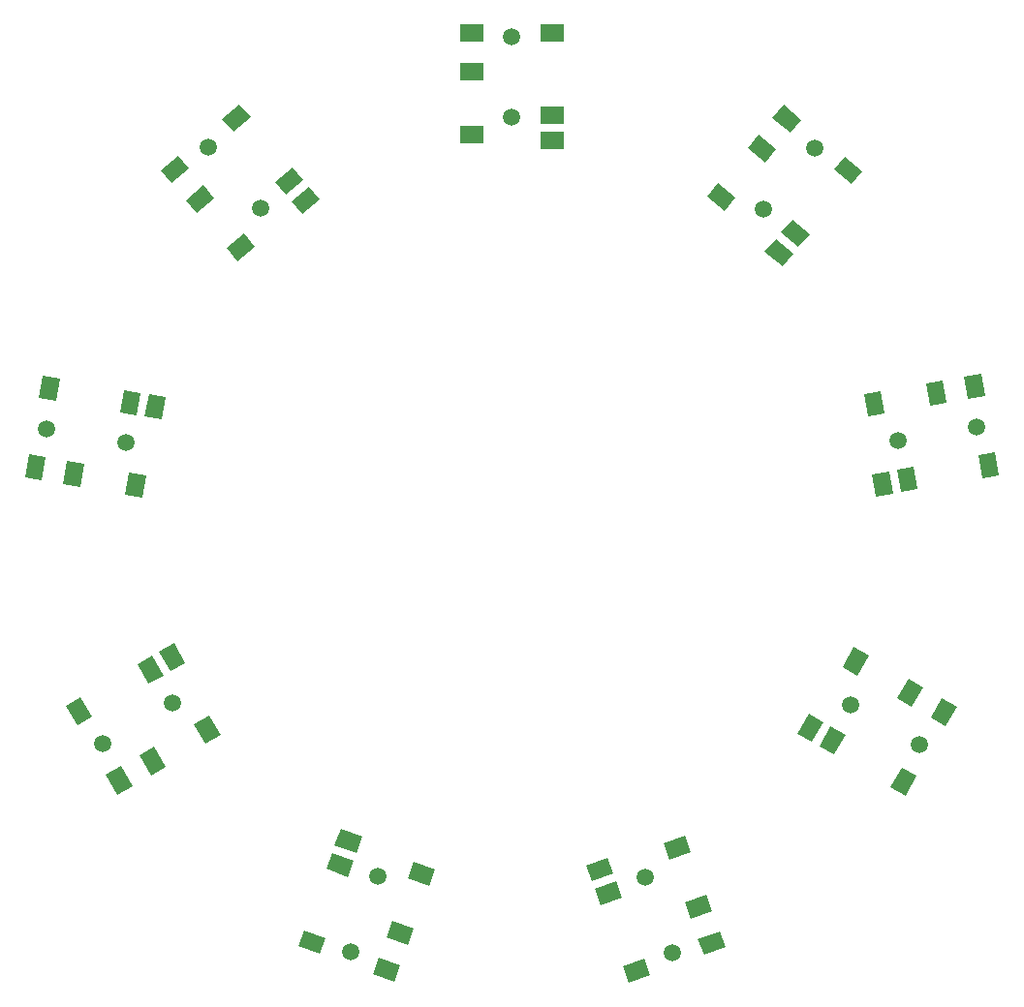
<source format=gbr>
%TF.GenerationSoftware,KiCad,Pcbnew,(5.1.9)-1*%
%TF.CreationDate,2022-02-26T00:47:13+09:00*%
%TF.ProjectId,passivemlt,70617373-6976-4656-9d6c-742e6b696361,rev?*%
%TF.SameCoordinates,Original*%
%TF.FileFunction,Soldermask,Top*%
%TF.FilePolarity,Negative*%
%FSLAX46Y46*%
G04 Gerber Fmt 4.6, Leading zero omitted, Abs format (unit mm)*
G04 Created by KiCad (PCBNEW (5.1.9)-1) date 2022-02-26 00:47:13*
%MOMM*%
%LPD*%
G01*
G04 APERTURE LIST*
%ADD10C,0.100000*%
%ADD11C,1.500000*%
%ADD12R,2.000000X1.500000*%
G04 APERTURE END LIST*
D10*
%TO.C,J9*%
G36*
X119906100Y-62017155D02*
G01*
X118941919Y-60868088D01*
X120474008Y-59582513D01*
X121438189Y-60731580D01*
X119906100Y-62017155D01*
G37*
D11*
X122265527Y-68718320D03*
X117766013Y-63356009D03*
D10*
G36*
X124534171Y-67532675D02*
G01*
X123569990Y-66383608D01*
X125102079Y-65098033D01*
X126066260Y-66247100D01*
X124534171Y-67532675D01*
G37*
G36*
X125948303Y-69217973D02*
G01*
X124984122Y-68068906D01*
X126516211Y-66783331D01*
X127480392Y-67932398D01*
X125948303Y-69217973D01*
G37*
G36*
X114543789Y-66516669D02*
G01*
X113579608Y-65367602D01*
X115111697Y-64082027D01*
X116075878Y-65231094D01*
X114543789Y-66516669D01*
G37*
G36*
X116729267Y-69121220D02*
G01*
X115765086Y-67972153D01*
X117297175Y-66686578D01*
X118261356Y-67835645D01*
X116729267Y-69121220D01*
G37*
G36*
X120264598Y-73334464D02*
G01*
X119300417Y-72185397D01*
X120832506Y-70899822D01*
X121796687Y-72048889D01*
X120264598Y-73334464D01*
G37*
%TD*%
%TO.C,J8*%
G36*
X104404130Y-85542070D02*
G01*
X102926918Y-85281598D01*
X103274214Y-83311982D01*
X104751426Y-83572454D01*
X104404130Y-85542070D01*
G37*
D11*
X110518981Y-89158850D03*
X103625327Y-87943313D03*
D10*
G36*
X111494746Y-86792337D02*
G01*
X110017534Y-86531865D01*
X110364830Y-84562249D01*
X111842042Y-84822721D01*
X111494746Y-86792337D01*
G37*
G36*
X113661323Y-87174363D02*
G01*
X112184111Y-86913891D01*
X112531407Y-84944275D01*
X114008619Y-85204747D01*
X113661323Y-87174363D01*
G37*
G36*
X103188593Y-92435725D02*
G01*
X101711381Y-92175253D01*
X102058677Y-90205637D01*
X103535889Y-90466109D01*
X103188593Y-92435725D01*
G37*
G36*
X106536939Y-93026129D02*
G01*
X105059727Y-92765657D01*
X105407023Y-90796041D01*
X106884235Y-91056513D01*
X106536939Y-93026129D01*
G37*
G36*
X111953382Y-93981193D02*
G01*
X110476170Y-93720721D01*
X110823466Y-91751105D01*
X112300678Y-92011577D01*
X111953382Y-93981193D01*
G37*
%TD*%
%TO.C,J7*%
G36*
X107589200Y-113139936D02*
G01*
X106290162Y-113889936D01*
X105290162Y-112157886D01*
X106589200Y-111407886D01*
X107589200Y-113139936D01*
G37*
D11*
X114598269Y-111980000D03*
X108536091Y-115480000D03*
D10*
G36*
X113824583Y-109539936D02*
G01*
X112525545Y-110289936D01*
X111525545Y-108557886D01*
X112824583Y-107807886D01*
X113824583Y-109539936D01*
G37*
G36*
X115729838Y-108439936D02*
G01*
X114430800Y-109189936D01*
X113430800Y-107457886D01*
X114729838Y-106707886D01*
X115729838Y-108439936D01*
G37*
G36*
X111089200Y-119202114D02*
G01*
X109790162Y-119952114D01*
X108790162Y-118220064D01*
X110089200Y-117470064D01*
X111089200Y-119202114D01*
G37*
G36*
X114033686Y-117502114D02*
G01*
X112734648Y-118252114D01*
X111734648Y-116520064D01*
X113033686Y-115770064D01*
X114033686Y-117502114D01*
G37*
G36*
X118796826Y-114752114D02*
G01*
X117497788Y-115502114D01*
X116497788Y-113770064D01*
X117796826Y-113020064D01*
X118796826Y-114752114D01*
G37*
%TD*%
%TO.C,J6*%
G36*
X127959789Y-132496736D02*
G01*
X127446759Y-133906275D01*
X125567373Y-133222234D01*
X126080403Y-131812695D01*
X127959789Y-132496736D01*
G37*
D11*
X132583454Y-127102830D03*
X130189313Y-133680678D03*
D10*
G36*
X130422334Y-125730949D02*
G01*
X129909304Y-127140488D01*
X128029918Y-126456447D01*
X128542948Y-125046908D01*
X130422334Y-125730949D01*
G37*
G36*
X131174779Y-123663625D02*
G01*
X130661749Y-125073164D01*
X128782363Y-124389123D01*
X129295393Y-122979584D01*
X131174779Y-123663625D01*
G37*
G36*
X134537637Y-134890877D02*
G01*
X134024607Y-136300416D01*
X132145221Y-135616375D01*
X132658251Y-134206836D01*
X134537637Y-134890877D01*
G37*
G36*
X135700506Y-131695922D02*
G01*
X135187476Y-133105461D01*
X133308090Y-132421420D01*
X133821120Y-131011881D01*
X135700506Y-131695922D01*
G37*
G36*
X137581617Y-126527612D02*
G01*
X137068587Y-127937151D01*
X135189201Y-127253110D01*
X135702231Y-125843571D01*
X137581617Y-126527612D01*
G37*
%TD*%
%TO.C,J5*%
G36*
X155831749Y-134286836D02*
G01*
X156344779Y-135696375D01*
X154465393Y-136380416D01*
X153952363Y-134970877D01*
X155831749Y-134286836D01*
G37*
D11*
X155906546Y-127182830D03*
X158300687Y-133760678D03*
D10*
G36*
X153369203Y-127521049D02*
G01*
X153882233Y-128930588D01*
X152002847Y-129614629D01*
X151489817Y-128205090D01*
X153369203Y-127521049D01*
G37*
G36*
X152616759Y-125453725D02*
G01*
X153129789Y-126863264D01*
X151250403Y-127547305D01*
X150737373Y-126137766D01*
X152616759Y-125453725D01*
G37*
G36*
X162409597Y-131892695D02*
G01*
X162922627Y-133302234D01*
X161043241Y-133986275D01*
X160530211Y-132576736D01*
X162409597Y-131892695D01*
G37*
G36*
X161246728Y-128697740D02*
G01*
X161759758Y-130107279D01*
X159880372Y-130791320D01*
X159367342Y-129381781D01*
X161246728Y-128697740D01*
G37*
G36*
X159365618Y-123529430D02*
G01*
X159878648Y-124938969D01*
X157999262Y-125623010D01*
X157486232Y-124213471D01*
X159365618Y-123529430D01*
G37*
%TD*%
%TO.C,J4*%
G36*
X178360800Y-117580064D02*
G01*
X179659838Y-118330064D01*
X178659838Y-120062114D01*
X177360800Y-119312114D01*
X178360800Y-117580064D01*
G37*
D11*
X173851731Y-112090000D03*
X179913909Y-115590000D03*
D10*
G36*
X172125417Y-113980064D02*
G01*
X173424455Y-114730064D01*
X172424455Y-116462114D01*
X171125417Y-115712114D01*
X172125417Y-113980064D01*
G37*
G36*
X170220162Y-112880064D02*
G01*
X171519200Y-113630064D01*
X170519200Y-115362114D01*
X169220162Y-114612114D01*
X170220162Y-112880064D01*
G37*
G36*
X181860800Y-111517886D02*
G01*
X183159838Y-112267886D01*
X182159838Y-113999936D01*
X180860800Y-113249936D01*
X181860800Y-111517886D01*
G37*
G36*
X178916314Y-109817886D02*
G01*
X180215352Y-110567886D01*
X179215352Y-112299936D01*
X177916314Y-111549936D01*
X178916314Y-109817886D01*
G37*
G36*
X174153174Y-107067886D02*
G01*
X175452212Y-107817886D01*
X174452212Y-109549936D01*
X173153174Y-108799936D01*
X174153174Y-107067886D01*
G37*
%TD*%
%TO.C,J3*%
G36*
X185004111Y-90296109D02*
G01*
X186481323Y-90035637D01*
X186828619Y-92005253D01*
X185351407Y-92265725D01*
X185004111Y-90296109D01*
G37*
D11*
X178021019Y-88988850D03*
X184914673Y-87773313D03*
D10*
G36*
X177913495Y-91546376D02*
G01*
X179390707Y-91285904D01*
X179738003Y-93255520D01*
X178260791Y-93515992D01*
X177913495Y-91546376D01*
G37*
G36*
X175746918Y-91928402D02*
G01*
X177224130Y-91667930D01*
X177571426Y-93637546D01*
X176094214Y-93898018D01*
X175746918Y-91928402D01*
G37*
G36*
X183788574Y-83402454D02*
G01*
X185265786Y-83141982D01*
X185613082Y-85111598D01*
X184135870Y-85372070D01*
X183788574Y-83402454D01*
G37*
G36*
X180440227Y-83992858D02*
G01*
X181917439Y-83732386D01*
X182264735Y-85702002D01*
X180787523Y-85962474D01*
X180440227Y-83992858D01*
G37*
G36*
X175023785Y-84947923D02*
G01*
X176500997Y-84687451D01*
X176848293Y-86657067D01*
X175371081Y-86917539D01*
X175023785Y-84947923D01*
G37*
%TD*%
%TO.C,J2*%
G36*
X172414122Y-65301094D02*
G01*
X173378303Y-64152027D01*
X174910392Y-65437602D01*
X173946211Y-66586669D01*
X172414122Y-65301094D01*
G37*
D11*
X166224473Y-68788320D03*
X170723987Y-63426009D03*
D10*
G36*
X167786052Y-70816614D02*
G01*
X168750233Y-69667547D01*
X170282322Y-70953122D01*
X169318141Y-72102189D01*
X167786052Y-70816614D01*
G37*
G36*
X166371919Y-72501912D02*
G01*
X167336100Y-71352845D01*
X168868189Y-72638420D01*
X167904008Y-73787487D01*
X166371919Y-72501912D01*
G37*
G36*
X167051811Y-60801580D02*
G01*
X168015992Y-59652513D01*
X169548081Y-60938088D01*
X168583900Y-62087155D01*
X167051811Y-60801580D01*
G37*
G36*
X164866333Y-63406132D02*
G01*
X165830514Y-62257065D01*
X167362603Y-63542640D01*
X166398422Y-64691707D01*
X164866333Y-63406132D01*
G37*
G36*
X161331001Y-67619376D02*
G01*
X162295182Y-66470309D01*
X163827271Y-67755884D01*
X162863090Y-68904951D01*
X161331001Y-67619376D01*
G37*
%TD*%
D12*
%TO.C,J1*%
X147750000Y-53320000D03*
D11*
X144250000Y-60720000D03*
X144250000Y-53720000D03*
D12*
X147750000Y-60520000D03*
X147750000Y-62720000D03*
X140750000Y-53320000D03*
X140750000Y-56720000D03*
X140750000Y-62220000D03*
%TD*%
M02*

</source>
